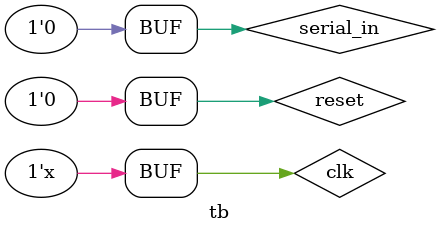
<source format=v>
module sipo(input clk,reset,serial_in,output reg [3:0] out);
	always @(posedge clk or posedge reset) begin
		if(reset)
			out <= 4'b0000;
		else
			out <= {serial_in,out[3:1]};
	end
endmodule

module tb();
	reg clk = 1'b0;
	reg reset;
	reg serial_in;
	wire [3:0] out;
	always #1 clk = ~clk;
	sipo sipo1(clk,reset,serial_in,out);
	initial begin
		reset = 1'b1;
		#10;
		reset = 1'b0;
		#10;
		serial_in = 1'b1;
		#10;
		serial_in = 1'b0;
	end
endmodule
		
		
		

</source>
